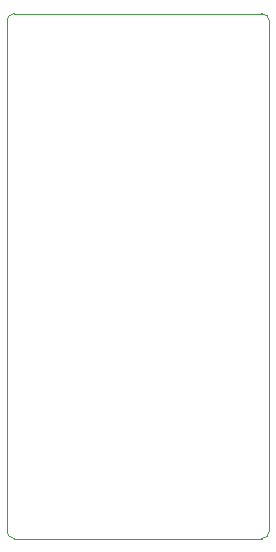
<source format=gm1>
%TF.GenerationSoftware,KiCad,Pcbnew,(5.1.8)-1*%
%TF.CreationDate,2021-04-08T15:32:03+02:00*%
%TF.ProjectId,C64 1541-II ROM Adapter,43363420-3135-4343-912d-494920524f4d,rev?*%
%TF.SameCoordinates,Original*%
%TF.FileFunction,Profile,NP*%
%FSLAX46Y46*%
G04 Gerber Fmt 4.6, Leading zero omitted, Abs format (unit mm)*
G04 Created by KiCad (PCBNEW (5.1.8)-1) date 2021-04-08 15:32:03*
%MOMM*%
%LPD*%
G01*
G04 APERTURE LIST*
%TA.AperFunction,Profile*%
%ADD10C,0.050000*%
%TD*%
G04 APERTURE END LIST*
D10*
X122555000Y-104140000D02*
G75*
G02*
X121920000Y-104775000I-635000J0D01*
G01*
X100965000Y-104775000D02*
G75*
G02*
X100330000Y-104140000I0J635000D01*
G01*
X121920000Y-60325000D02*
G75*
G02*
X122555000Y-60960000I0J-635000D01*
G01*
X100330000Y-60960000D02*
G75*
G02*
X100965000Y-60325000I635000J0D01*
G01*
X100965000Y-60325000D02*
X121920000Y-60325000D01*
X100330000Y-60960000D02*
X100330000Y-60960000D01*
X100330000Y-104140000D02*
X100330000Y-60960000D01*
X121920000Y-104775000D02*
X100965000Y-104775000D01*
X122555000Y-60960000D02*
X122555000Y-104140000D01*
M02*

</source>
